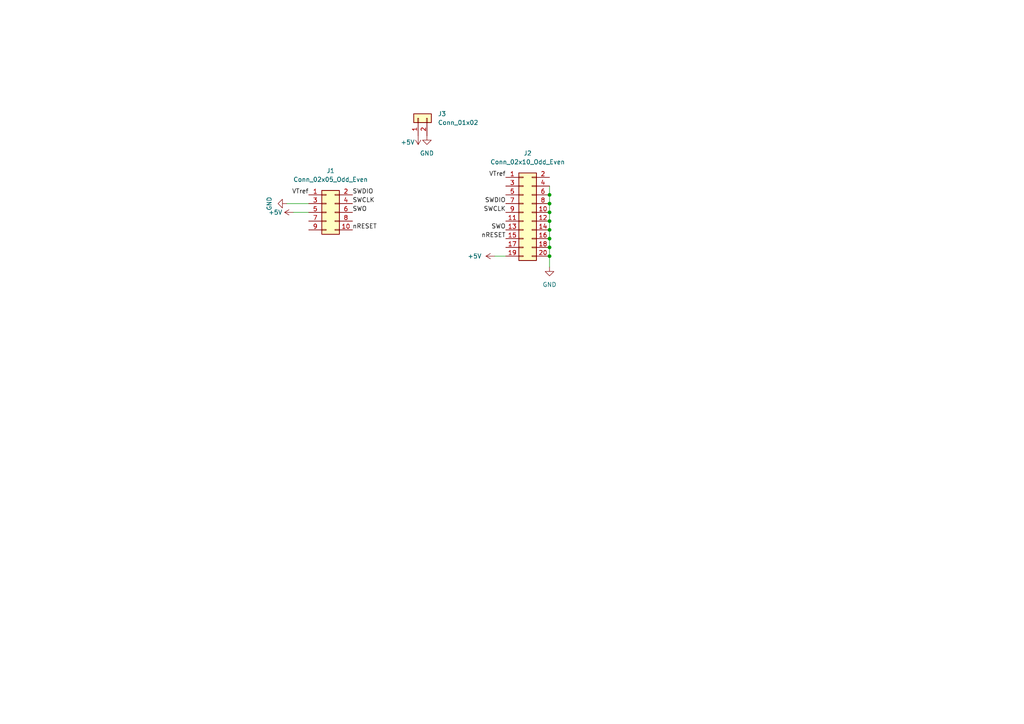
<source format=kicad_sch>
(kicad_sch (version 20211123) (generator eeschema)
  (paper "A4")
  (lib_symbols
    (symbol "Connector_Generic:Conn_01x02" (pin_names (offset 1.016) hide)
      (property "Reference" "J" (at 0 2.54 0))
      (property "Value" "Conn_01x02" (at 0 -5.08 0))
      (symbol "Conn_01x02_1_1"
        (rectangle (start -1.27 -2.413) (end 0 -2.667) (stroke (width 0.1524)))
        (rectangle (start -1.27 0.127) (end 0 -0.127) (stroke (width 0.1524)))
        (rectangle (start -1.27 1.27) (end 1.27 -3.81) (stroke (width 0.254)) (fill (type background)))
        (pin passive line (at -5.08 0 0) (length 3.81) (name "Pin_1") (number "1"))
        (pin passive line (at -5.08 -2.54 0) (length 3.81) (name "Pin_2") (number "2"))
      )
    )
    (symbol "Connector_Generic:Conn_02x05_Odd_Even" (pin_names (offset 1.016) hide)
      (property "Reference" "J" (at 1.27 7.62 0))
      (property "Value" "Conn_02x05_Odd_Even" (at 1.27 -7.62 0))
      (symbol "Conn_02x05_Odd_Even_1_1"
        (rectangle (start -1.27 -4.953) (end 0 -5.207) (stroke (width 0.1524)))
        (rectangle (start -1.27 -2.413) (end 0 -2.667) (stroke (width 0.1524)))
        (rectangle (start -1.27 0.127) (end 0 -0.127) (stroke (width 0.1524)))
        (rectangle (start -1.27 2.667) (end 0 2.413) (stroke (width 0.1524)))
        (rectangle (start -1.27 5.207) (end 0 4.953) (stroke (width 0.1524)))
        (rectangle (start -1.27 6.35) (end 3.81 -6.35) (stroke (width 0.254)) (fill (type background)))
        (rectangle (start 3.81 -4.953) (end 2.54 -5.207) (stroke (width 0.1524)))
        (rectangle (start 3.81 -2.413) (end 2.54 -2.667) (stroke (width 0.1524)))
        (rectangle (start 3.81 0.127) (end 2.54 -0.127) (stroke (width 0.1524)))
        (rectangle (start 3.81 2.667) (end 2.54 2.413) (stroke (width 0.1524)))
        (rectangle (start 3.81 5.207) (end 2.54 4.953) (stroke (width 0.1524)))
        (pin passive line (at -5.08 5.08 0) (length 3.81) (name "Pin_1") (number "1"))
        (pin passive line (at 7.62 -5.08 180) (length 3.81) (name "Pin_10") (number "10"))
        (pin passive line (at 7.62 5.08 180) (length 3.81) (name "Pin_2") (number "2"))
        (pin passive line (at -5.08 2.54 0) (length 3.81) (name "Pin_3") (number "3"))
        (pin passive line (at 7.62 2.54 180) (length 3.81) (name "Pin_4") (number "4"))
        (pin passive line (at -5.08 0 0) (length 3.81) (name "Pin_5") (number "5"))
        (pin passive line (at 7.62 0 180) (length 3.81) (name "Pin_6") (number "6"))
        (pin passive line (at -5.08 -2.54 0) (length 3.81) (name "Pin_7") (number "7"))
        (pin passive line (at 7.62 -2.54 180) (length 3.81) (name "Pin_8") (number "8"))
        (pin passive line (at -5.08 -5.08 0) (length 3.81) (name "Pin_9") (number "9"))
      )
    )
    (symbol "Connector_Generic:Conn_02x10_Odd_Even" (pin_names (offset 1.016) hide)
      (property "Reference" "J" (at 1.27 12.7 0))
      (property "Value" "Conn_02x10_Odd_Even" (at 1.27 -15.24 0))
      (symbol "Conn_02x10_Odd_Even_1_1"
        (rectangle (start -1.27 -12.573) (end 0 -12.827) (stroke (width 0.1524)))
        (rectangle (start -1.27 -10.033) (end 0 -10.287) (stroke (width 0.1524)))
        (rectangle (start -1.27 -7.493) (end 0 -7.747) (stroke (width 0.1524)))
        (rectangle (start -1.27 -4.953) (end 0 -5.207) (stroke (width 0.1524)))
        (rectangle (start -1.27 -2.413) (end 0 -2.667) (stroke (width 0.1524)))
        (rectangle (start -1.27 0.127) (end 0 -0.127) (stroke (width 0.1524)))
        (rectangle (start -1.27 2.667) (end 0 2.413) (stroke (width 0.1524)))
        (rectangle (start -1.27 5.207) (end 0 4.953) (stroke (width 0.1524)))
        (rectangle (start -1.27 7.747) (end 0 7.493) (stroke (width 0.1524)))
        (rectangle (start -1.27 10.287) (end 0 10.033) (stroke (width 0.1524)))
        (rectangle (start -1.27 11.43) (end 3.81 -13.97) (stroke (width 0.254)) (fill (type background)))
        (rectangle (start 3.81 -12.573) (end 2.54 -12.827) (stroke (width 0.1524)))
        (rectangle (start 3.81 -10.033) (end 2.54 -10.287) (stroke (width 0.1524)))
        (rectangle (start 3.81 -7.493) (end 2.54 -7.747) (stroke (width 0.1524)))
        (rectangle (start 3.81 -4.953) (end 2.54 -5.207) (stroke (width 0.1524)))
        (rectangle (start 3.81 -2.413) (end 2.54 -2.667) (stroke (width 0.1524)))
        (rectangle (start 3.81 0.127) (end 2.54 -0.127) (stroke (width 0.1524)))
        (rectangle (start 3.81 2.667) (end 2.54 2.413) (stroke (width 0.1524)))
        (rectangle (start 3.81 5.207) (end 2.54 4.953) (stroke (width 0.1524)))
        (rectangle (start 3.81 7.747) (end 2.54 7.493) (stroke (width 0.1524)))
        (rectangle (start 3.81 10.287) (end 2.54 10.033) (stroke (width 0.1524)))
        (pin passive line (at -5.08 10.16 0) (length 3.81) (name "Pin_1") (number "1"))
        (pin passive line (at 7.62 0 180) (length 3.81) (name "Pin_10") (number "10"))
        (pin passive line (at -5.08 -2.54 0) (length 3.81) (name "Pin_11") (number "11"))
        (pin passive line (at 7.62 -2.54 180) (length 3.81) (name "Pin_12") (number "12"))
        (pin passive line (at -5.08 -5.08 0) (length 3.81) (name "Pin_13") (number "13"))
        (pin passive line (at 7.62 -5.08 180) (length 3.81) (name "Pin_14") (number "14"))
        (pin passive line (at -5.08 -7.62 0) (length 3.81) (name "Pin_15") (number "15"))
        (pin passive line (at 7.62 -7.62 180) (length 3.81) (name "Pin_16") (number "16"))
        (pin passive line (at -5.08 -10.16 0) (length 3.81) (name "Pin_17") (number "17"))
        (pin passive line (at 7.62 -10.16 180) (length 3.81) (name "Pin_18") (number "18"))
        (pin passive line (at -5.08 -12.7 0) (length 3.81) (name "Pin_19") (number "19"))
        (pin passive line (at 7.62 10.16 180) (length 3.81) (name "Pin_2") (number "2"))
        (pin passive line (at 7.62 -12.7 180) (length 3.81) (name "Pin_20") (number "20"))
        (pin passive line (at -5.08 7.62 0) (length 3.81) (name "Pin_3") (number "3"))
        (pin passive line (at 7.62 7.62 180) (length 3.81) (name "Pin_4") (number "4"))
        (pin passive line (at -5.08 5.08 0) (length 3.81) (name "Pin_5") (number "5"))
        (pin passive line (at 7.62 5.08 180) (length 3.81) (name "Pin_6") (number "6"))
        (pin passive line (at -5.08 2.54 0) (length 3.81) (name "Pin_7") (number "7"))
        (pin passive line (at 7.62 2.54 180) (length 3.81) (name "Pin_8") (number "8"))
        (pin passive line (at -5.08 0 0) (length 3.81) (name "Pin_9") (number "9"))
      )
    )
    (symbol "power:+5V" (power) (pin_names (offset 0))
      (property "Value" "+5V" (at 0 3.556 0))
      (symbol "+5V_0_1"
        (polyline (pts (xy -0.762 1.27) (xy 0 2.54)))
        (polyline (pts (xy 0 0) (xy 0 2.54)))
        (polyline (pts (xy 0 2.54) (xy 0.762 1.27)))
      )
      (symbol "+5V_1_1"
        (pin power_in line (at 0 0 90) (length 0) hide (name "+5V") (number "1"))
      )
    )
    (symbol "power:GND" (power) (pin_names (offset 0))
      (property "Value" "GND" (at 0 -3.81 0))
      (symbol "GND_0_1"
        (polyline (pts (xy 0 0) (xy 0 -1.27) (xy 1.27 -1.27) (xy 0 -2.54) (xy -1.27 -1.27) (xy 0 -1.27)))
      )
      (symbol "GND_1_1"
        (pin power_in line (at 0 0 270) (length 0) hide (name "GND") (number "1"))
      )
    )
  )
  (junction (at 159.385 66.675))
  (junction (at 159.385 64.135))
  (junction (at 159.385 56.515))
  (junction (at 159.385 74.295))
  (junction (at 159.385 71.755))
  (junction (at 159.385 59.055))
  (junction (at 159.385 69.215))
  (junction (at 159.385 61.595))
  (wire (pts (xy 159.385 66.675) (xy 159.385 69.215)))
  (wire (pts (xy 143.51 74.295) (xy 146.685 74.295)))
  (wire (pts (xy 159.385 53.975) (xy 159.385 56.515)))
  (wire (pts (xy 159.385 64.135) (xy 159.385 66.675)))
  (wire (pts (xy 159.385 61.595) (xy 159.385 64.135)))
  (wire (pts (xy 159.385 59.055) (xy 159.385 61.595)))
  (wire (pts (xy 159.385 69.215) (xy 159.385 71.755)))
  (wire (pts (xy 83.185 59.055) (xy 89.535 59.055)))
  (wire (pts (xy 159.385 71.755) (xy 159.385 74.295)))
  (wire (pts (xy 159.385 74.295) (xy 159.385 77.47)))
  (wire (pts (xy 159.385 56.515) (xy 159.385 59.055)))
  (wire (pts (xy 85.09 61.595) (xy 89.535 61.595)))
  (label "SWO" (at 146.685 66.675 180))
  (label "SWDIO" (at 102.235 56.515 0))
  (label "VTref" (at 146.685 51.435 180))
  (label "SWDIO" (at 146.685 59.055 180))
  (label "SWCLK" (at 146.685 61.595 180))
  (label "SWO" (at 102.235 61.595 0))
  (label "nRESET" (at 146.685 69.215 180))
  (label "nRESET" (at 102.235 66.675 0))
  (label "SWCLK" (at 102.235 59.055 0))
  (label "VTref" (at 89.535 56.515 180))
  (symbol (lib_id "Connector_Generic:Conn_01x02") (at 121.285 34.29 90) (unit 1)
    (property "Reference" "J3" (at 127 33.0199 90) (effects (justify right)))
    (property "Value" "Conn_01x02" (at 127 35.5599 90) (effects (justify right)))
    (property "Footprint" "Connector_PinSocket_2.54mm:PinSocket_1x02_P2.54mm_Vertical" (effects hide))
  )
  (symbol (lib_id "power:GND") (at 83.185 59.055 270) (unit 1)
    (property "Reference" "#PWR0102" (effects hide))
    (property "Value" "GND" (at 78.105 59.055 0))
  )
  (symbol (lib_id "power:+5V") (at 85.09 61.595 90) (unit 1)
    (property "Reference" "#PWR0106" (effects hide))
    (property "Value" "+5V" (at 81.915 61.5949 90) (effects (justify left)))
  )
  (symbol (lib_id "Connector_Generic:Conn_02x05_Odd_Even") (at 94.615 61.595 0) (unit 1)
    (property "Reference" "J1" (at 95.885 49.53 0))
    (property "Value" "Conn_02x05_Odd_Even" (at 95.885 52.07 0))
    (property "Footprint" "Connector_IDC:IDC-Header_2x05_P2.54mm_Vertical" (effects hide))
  )
  (symbol (lib_id "power:+5V") (at 121.285 39.37 180) (unit 1)
    (property "Reference" "#PWR0104" (effects hide))
    (property "Value" "+5V" (at 116.205 41.275 0) (effects (justify right)))
  )
  (symbol (lib_id "power:GND") (at 123.825 39.37 0) (unit 1)
    (property "Reference" "#PWR0105" (effects hide))
    (property "Value" "GND" (at 123.825 44.45 0))
  )
  (symbol (lib_id "power:+5V") (at 143.51 74.295 90) (unit 1)
    (property "Reference" "#PWR0103" (effects hide))
    (property "Value" "+5V" (at 139.7 74.2949 90) (effects (justify left)))
  )
  (symbol (lib_id "power:GND") (at 159.385 77.47 0) (unit 1)
    (property "Reference" "#PWR0101" (effects hide))
    (property "Value" "GND" (at 159.385 82.55 0))
  )
  (symbol (lib_id "Connector_Generic:Conn_02x10_Odd_Even") (at 151.765 61.595 0) (unit 1)
    (property "Reference" "J2" (at 153.035 44.45 0))
    (property "Value" "Conn_02x10_Odd_Even" (at 153.035 46.99 0))
    (property "Footprint" "Connector_IDC:IDC-Header_2x10_P2.54mm_Horizontal" (effects hide))
  )
)
</source>
